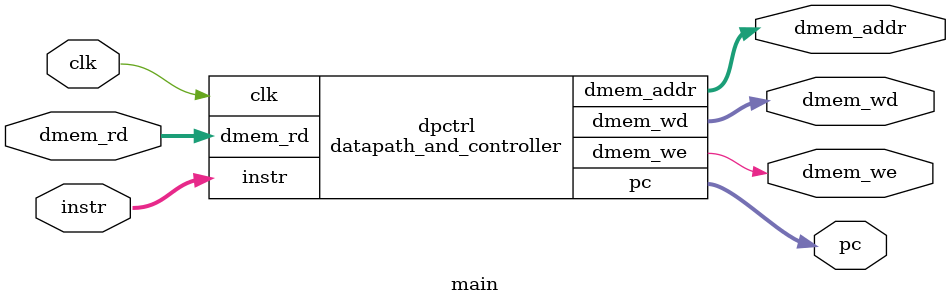
<source format=sv>
/**
 * Program counter - go to next value on each clock.
 *
 * @param clk - clock
 *
 * @param pc_next - next value for program counter
 * @param pc - program counter
 */
module pc(input clk, 
    input [31:0] pc_next, output reg [31:0] pc);

	 always @(posedge clk)
	     pc <= pc_next;
	 
endmodule

/**
 * Register file.
 * 
 * @param clk - clock
 *
 * @param ra1 - read address for source register 1
 * @param ra2 - read address for source register 2
 * @param rd1 - read data for source register 1
 * @param rd2 - read data for source register 2
 *
 * @param we - write enabled flag
 * @param wa - write address for destination register
 * @param wd - write data for destination register
 */
module regfile(input clk, 
    /* Read 2 registers */
    input [4:0] ra1, input [4:0] ra2,
	 output [31:0] rd1, output [31:0] rd2,
	 
	 /* Write register */
	 input we, input [4:0] wa, input [31:0] wd
	 );
	 
	 reg [31:0] rf [31:0];
	 
	 always @(posedge clk)
	     if(we) rf[wa] <= wd;
		  
	 assign rd1 = ra1 ? rf[ra1] : 0; // reg[0] is zero
	 assign rd2 = ra2 ? rf[ra2] : 0; // reg[0] is zero	 
endmodule

/**
 * Datapath and contoller implementation - connect program counter, 
 * register file and handle instructions.
 *
 * @param clk - clock
 *
 * @param pc - program counter
 * @param instr - current instruction value
 *
 * @param dmem_we - data memory write enabled flag
 * @param dmem_addr - data memory access address for read/write
 * @param dmem_wd - data memory write data
 * @param dmem_rd - data memory read data
 */
module datapath_and_controller(input clk,
    output [31:0] pc, input [31:0] instr,
	 
	 /* Data memory manipulation */
	 output reg dmem_we, 
	 output reg [31:0] dmem_addr, 
	 output reg [31:0] dmem_wd, 
	 input [31:0] dmem_rd);
	 
	 reg [31:0] pc_next;
	 
	 // Program counter
	 pc pcount(clk, pc_next, pc);
	 	 
	 // Register file
	 reg [4:0] rf_ra1, rf_ra2;
	 wire [31:0] rf_rd1, rf_rd2;
	 
	 reg rf_we;
	 reg [4:0] rf_wa;
	 reg [31:0] rf_wd;
	 
	 regfile rf(clk, 
	     rf_ra1, rf_ra2, rf_rd1, rf_rd2,
		  rf_we, rf_wa, rf_wd);
		  
	 // Instructions
	 wire [5:0] instr_op;
	 assign instr_op = instr[31:26]; // 6 bits
	 
	 // R-type
	 wire [4:0] instr_rtype_rs;
	 wire [4:0] instr_rtype_rt;
	 wire [4:0] instr_rtype_rd;
	 //wire [4:0] instr_rtype_shamt;
	 wire [5:0] instr_rtype_funct;
	 
	 assign instr_rtype_rs = instr[25:21]; // 5 bits
	 assign instr_rtype_rt = instr[20:16]; // 5 bits
	 assign instr_rtype_rd = instr[15:11]; // 5 bits
	 //assign instr_rtype_shamt = instr[10:6]; // 5 bits - not used here
	 assign instr_rtype_funct = instr[5:0]; // 6 bits
	 
	 // I-type
	 wire [4:0] instr_itype_rs;
	 wire [4:0] instr_itype_rt;
	 wire [15:0] instr_itype_imm;
	 
	 assign instr_itype_rs = instr[25:21]; // 5 bits
	 assign instr_itype_rt = instr[20:16]; // 5 bits
	 assign instr_itype_imm = instr[15:0]; // 16 bits
	 
	 // J-type
	 wire [25:0] instr_jtype_addr;
	 assign instr_jtype_addr = instr[25:0]; // 26 bits
	 
	 parameter INSTR_OP_LW    = 6'b100011;
	 parameter INSTR_OP_SW    = 6'b101011;
	 parameter INSTR_OP_ADDI  = 6'b001000;
	 parameter INSTR_OP_BEQ   = 6'b000100;
	 parameter INSTR_OP_J     = 6'b000010;	 
	 parameter INSTR_OP_RTYPE = 6'b000000;
	 
	 parameter INSTR_RTYPE_FUNCT_ADD = 6'b100000;
	 parameter INSTR_RTYPE_FUNCT_SUB = 6'b100010;
	 
	 always @(*)
	 begin
	     pc_next = pc + 4;
		  rf_we = 0;
		  dmem_we = 0;
		  
		  // set default values
		  rf_ra1 = 0;
		  rf_ra2 = 0;
		  rf_wa = 0;
		  rf_wd = 0;
		  
		  dmem_addr = 0;
		  dmem_wd = 0;
		  
	     case(instr_op)
		  INSTR_OP_RTYPE:
		      case(instr_rtype_funct)
				
				INSTR_RTYPE_FUNCT_ADD:
		      begin
		          // add $s0, $s1, $s2
				    // $s0 = $s1 + $s2
					 // rs=$s1, rt=$s2, rd=$s0
				
				    // rf_rd1 would immediately receive rs register value
				    rf_ra1 = instr_rtype_rs;
					 
					 // rf_rd2 would immediately receive rt register value
				    rf_ra2 = instr_rtype_rt;
				
				    // write data to rd register on next clock
				    rf_wa = instr_rtype_rd;
				    rf_wd = rf_rd1 + rf_rd2;
				    rf_we = 1;
		      end
				
				INSTR_RTYPE_FUNCT_SUB:
		      begin
		          // sub $s0, $s1, $s2
				    // $s0 = $s1 - $s2
					 // rs=$s1, rt=$s2, rd=$s0
				
				    // rf_rd1 would immediately receive rs register value
				    rf_ra1 = instr_rtype_rs;
					 
					 // rf_rd2 would immediately receive rt register value
				    rf_ra2 = instr_rtype_rt;
				
				    // write data to rd register on next clock
				    rf_wa = instr_rtype_rd;
				    rf_wd = rf_rd1 - rf_rd2;
				    rf_we = 1;
		      end
				
				endcase
		  
		  INSTR_OP_LW:
		  begin
		      // lw $s0, 4 ($0)
				// load word (32 bit) from memory at addr $0 + 4 to register $s0
				// rs=$0, rt=$s0, imm=4
				
				// rf_rd1 would immediately receive rs register value
				rf_ra1 = instr_itype_rs;
				
				// read data from memory, dmem_rd would immediately receive value at dmem_addr
				dmem_addr = rf_rd1 + instr_itype_imm;
				
				// write data to rt register at next clock
				rf_wa = instr_itype_rt;
				rf_wd = dmem_rd;
				rf_we = 1;
		  end
		  
		  INSTR_OP_SW:
		  begin
		      // sw $s0, 4 ($0)
				// save word (32 bit) to memory at addr $0 + 4 from register $s0
				// rs=$0, rt=$s0, imm=4
				
				// rf_rd1 would immediately receive rs register value
				rf_ra1 = instr_itype_rs;
				
				// rf_rd2 would immediately receive rt register value
				rf_ra2 = instr_itype_rt;
				
				// write data to memory at next clock
				dmem_addr = rf_rd1 + instr_itype_imm;
				dmem_wd = rf_rd2;
				dmem_we = 1;
		  end
		  
		  INSTR_OP_ADDI:
		  begin
		      // addi $s0, $s1, 4
				// $s0 = $s1 + 4
				// rs=$s0, rt=$s1, imm=4
				
				// rf_rd1 would immediately receive rs register value
				rf_ra1 = instr_itype_rs;
				
				// write data to rt register at next clock
				rf_wa = instr_itype_rt;
				rf_wd = rf_rd1 + instr_itype_imm;
				rf_we = 1;
		  end
		  
		  INSTR_OP_BEQ:
		  begin
		      // beq $s0, $s1, 4
				// jump to 4 ((!)absolute value for simplicity) if $s0 == $s1
				// rs=$s0, rt=$s1, imm=4
				
				// rf_rd1 would immediately receive rs register value
				rf_ra1 = instr_itype_rs;
				
				// rf_rd2 would immediately receive rt register value
				rf_ra2 = instr_itype_rt;
				
				if(rf_rd1 == rf_rd2)
				    pc_next = instr_itype_imm;
		  end
		  
		  INSTR_OP_J:
		  begin
		      // j 4
				// jump to 4 ((!)absolute value for simplicity)
				// addr = 4
				
				pc_next = instr_jtype_addr;
		  end
		  endcase
	 end
endmodule

/**
 * MIPS processor core implementation.
 *
 * @param clk - clock
 *
 * @param pc - program counter
 * @param instr - current instruction value
 *
 * @param dmem_we - data memory write enabled flag
 * @param dmem_addr - data memory access address for read/write
 * @param dmem_wd - data memory write data
 * @param dmem_rd - data memory read data
 */
module main(input clk, 
    output [31:0] pc, input [31:0] instr,
	 
	 /* Data memory manipulation */
	 output dmem_we, output [31:0] dmem_addr, 
	 output [31:0] dmem_wd, 
	 input [31:0] dmem_rd);
	 
	 datapath_and_controller dpctrl(clk, 
	     pc, instr, 
		  dmem_we, dmem_addr, dmem_wd, dmem_rd);

endmodule

</source>
